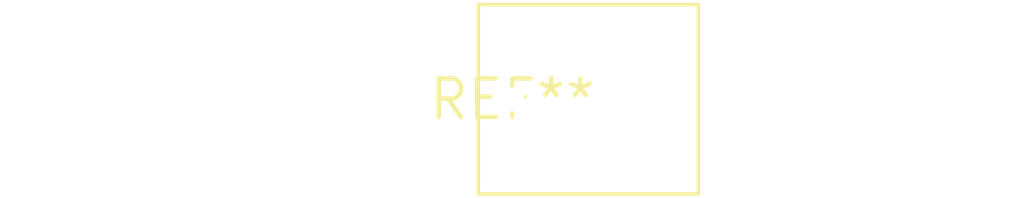
<source format=kicad_pcb>
(kicad_pcb (version 20240108) (generator pcbnew)
  (layers (0 "F.Cu" signal) (31 "B.Cu" signal) (34 "B.Paste" user) (35 "F.Paste" user) (36 "B.SilkS" user "B.Silkscreen") (37 "F.SilkS" user "F.Silkscreen") (38 "B.Mask" user) (39 "F.Mask" user) (44 "Edge.Cuts" user))
  (net 0 "")
  (footprint "C_Rect_L7.0mm_W6.0mm_P5.00mm" (layer "F.Cu") (at 0 0)
    (property "Reference" "REF**")
    (property "Value" "C_Rect_L7.0mm_W6.0mm_P5.00mm")
    (fp_line (start -1.12 -3.12) (end -1.12 3.12) (layer "F.SilkS") (stroke (width 0.12)))
    (fp_line (start -1.12 -3.12) (end 6.12 -3.12) (layer "F.SilkS") (stroke (width 0.12)))
    (fp_line (start -1.12 3.12) (end 6.12 3.12) (layer "F.SilkS") (stroke (width 0.12)))
    (fp_line (start 6.12 -3.12) (end 6.12 3.12) (layer "F.SilkS") (stroke (width 0.12)))
    (pad "1" thru_hole circle (at 0 0) (size 1.6 1.6) (drill 0.8) (layers *.Cu *.Mask) (remove_unused_layers))
    (pad "2" thru_hole circle (at 5 0) (size 1.6 1.6) (drill 0.8) (layers *.Cu *.Mask) (remove_unused_layers))
  )
)
</source>
